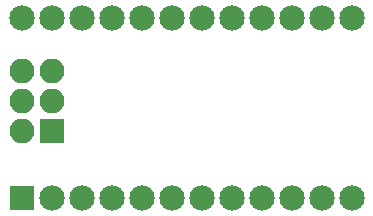
<source format=gbr>
G04 #@! TF.GenerationSoftware,KiCad,Pcbnew,(5.0.0)*
G04 #@! TF.CreationDate,2018-09-27T10:12:34-06:00*
G04 #@! TF.ProjectId,NRF52832 Base,4E5246353238333220426173652E6B69,rev?*
G04 #@! TF.SameCoordinates,Original*
G04 #@! TF.FileFunction,Soldermask,Bot*
G04 #@! TF.FilePolarity,Negative*
%FSLAX46Y46*%
G04 Gerber Fmt 4.6, Leading zero omitted, Abs format (unit mm)*
G04 Created by KiCad (PCBNEW (5.0.0)) date 09/27/18 10:12:34*
%MOMM*%
%LPD*%
G01*
G04 APERTURE LIST*
%ADD10R,2.152600X2.152600*%
%ADD11C,2.152600*%
%ADD12R,2.100000X2.100000*%
%ADD13O,2.100000X2.100000*%
G04 APERTURE END LIST*
D10*
G04 #@! TO.C,U2*
X113030000Y-97155000D03*
D11*
X115570000Y-97155000D03*
X118110000Y-97155000D03*
X120650000Y-97155000D03*
X123190000Y-97155000D03*
X125730000Y-97155000D03*
X128270000Y-97155000D03*
X130810000Y-97155000D03*
X133350000Y-97155000D03*
X135890000Y-97155000D03*
X138430000Y-97155000D03*
X140970000Y-97155000D03*
X140970000Y-81915000D03*
X138430000Y-81915000D03*
X135890000Y-81915000D03*
X133350000Y-81915000D03*
X130810000Y-81915000D03*
X128270000Y-81915000D03*
X125730000Y-81915000D03*
X123190000Y-81915000D03*
X120650000Y-81915000D03*
X118110000Y-81915000D03*
X115570000Y-81915000D03*
X113030000Y-81915000D03*
G04 #@! TD*
D12*
G04 #@! TO.C,J1*
X115570000Y-91440000D03*
D13*
X113030000Y-91440000D03*
X115570000Y-88900000D03*
X113030000Y-88900000D03*
X115570000Y-86360000D03*
X113030000Y-86360000D03*
G04 #@! TD*
M02*

</source>
